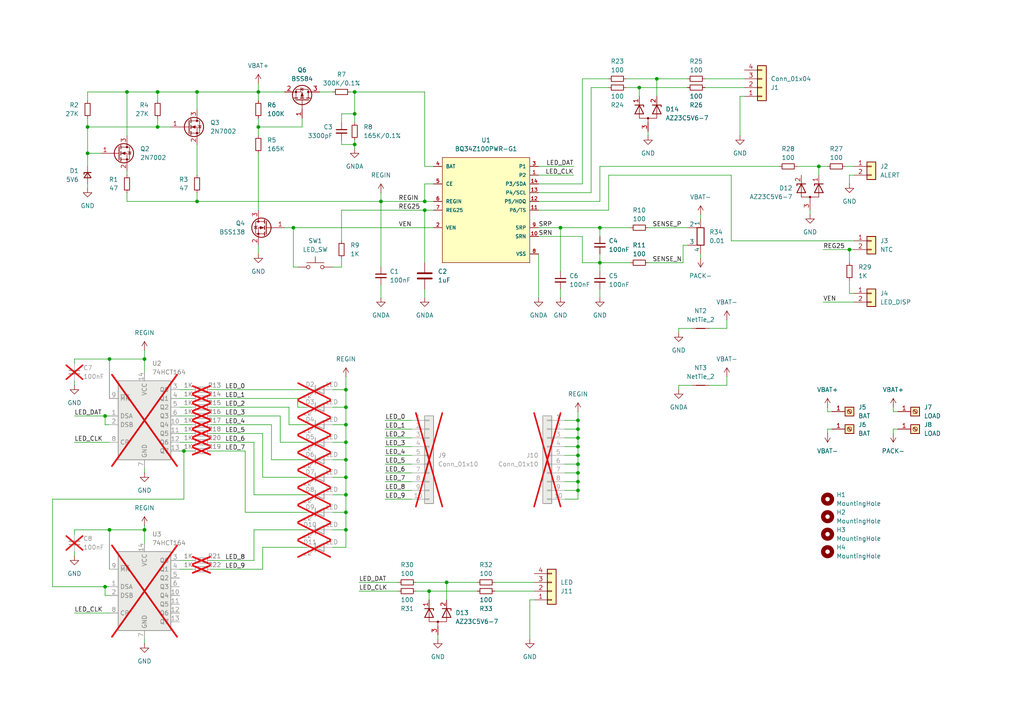
<source format=kicad_sch>
(kicad_sch (version 20231120) (generator "eeschema") (generator_version "8.0")
  (paper "A4")
  (junction (at 246.38 72.39))
  (junction (at 123.19 60.96))
  (junction (at 36.83 26.67))
  (junction (at 167.64 124.46))
  (junction (at 167.64 139.7))
  (junction (at 167.64 121.92))
  (junction (at 167.64 132.08))
  (junction (at 129.54 168.91))
  (junction (at 190.5 22.86))
  (junction (at 173.99 76.2))
  (junction (at 100.33 133.35))
  (junction (at 31.75 104.14))
  (junction (at 102.87 33.02))
  (junction (at 74.93 36.83))
  (junction (at 100.33 143.51))
  (junction (at 30.48 170.18))
  (junction (at 102.87 41.91))
  (junction (at 123.19 58.42))
  (junction (at 41.91 104.14))
  (junction (at 100.33 113.03))
  (junction (at 31.75 153.67))
  (junction (at 237.49 48.26))
  (junction (at 167.64 137.16))
  (junction (at 124.46 171.45))
  (junction (at 30.48 120.65))
  (junction (at 167.64 129.54))
  (junction (at 162.56 66.04))
  (junction (at 57.15 26.67))
  (junction (at 25.4 44.45))
  (junction (at 85.09 66.04))
  (junction (at 100.33 138.43))
  (junction (at 45.72 26.67))
  (junction (at 57.15 58.42))
  (junction (at 102.87 26.67))
  (junction (at 167.64 142.24))
  (junction (at 173.99 66.04))
  (junction (at 25.4 36.83))
  (junction (at 41.91 153.67))
  (junction (at 45.72 36.83))
  (junction (at 100.33 153.67))
  (junction (at 110.49 58.42))
  (junction (at 167.64 127))
  (junction (at 100.33 148.59))
  (junction (at 53.34 130.81))
  (junction (at 74.93 26.67))
  (junction (at 100.33 123.19))
  (junction (at 167.64 134.62))
  (junction (at 185.42 25.4))
  (junction (at 100.33 128.27))
  (junction (at 100.33 118.11))
  (wire (pts (xy 198.12 71.12) (xy 198.12 76.2)))
  (wire (pts (xy 57.15 31.75) (xy 57.15 26.67)))
  (wire (pts (xy 60.96 128.27) (xy 73.66 128.27)))
  (wire (pts (xy 100.33 153.67) (xy 100.33 158.75)))
  (wire (pts (xy 204.47 25.4) (xy 215.9 25.4)))
  (wire (pts (xy 110.49 82.55) (xy 110.49 86.36)))
  (wire (pts (xy 81.28 128.27) (xy 88.9 128.27)))
  (wire (pts (xy 74.93 26.67) (xy 82.55 26.67)))
  (wire (pts (xy 102.87 41.91) (xy 102.87 40.64)))
  (wire (pts (xy 21.59 154.94) (xy 21.59 153.67)))
  (wire (pts (xy 168.91 53.34) (xy 168.91 22.86)))
  (wire (pts (xy 60.96 123.19) (xy 78.74 123.19)))
  (wire (pts (xy 53.34 130.81) (xy 52.07 130.81)))
  (wire (pts (xy 55.88 165.1) (xy 52.07 165.1)))
  (wire (pts (xy 156.21 66.04) (xy 162.56 66.04)))
  (wire (pts (xy 163.83 121.92) (xy 167.64 121.92)))
  (wire (pts (xy 240.03 119.38) (xy 240.03 118.11)))
  (wire (pts (xy 124.46 173.99) (xy 124.46 171.45)))
  (wire (pts (xy 99.06 77.47) (xy 99.06 74.93)))
  (wire (pts (xy 240.03 124.46) (xy 240.03 125.73)))
  (wire (pts (xy 234.95 60.96) (xy 234.95 62.23)))
  (wire (pts (xy 185.42 25.4) (xy 199.39 25.4)))
  (wire (pts (xy 187.96 39.37) (xy 187.96 38.1)))
  (wire (pts (xy 57.15 55.88) (xy 57.15 58.42)))
  (wire (pts (xy 185.42 25.4) (xy 181.61 25.4)))
  (wire (pts (xy 74.93 44.45) (xy 74.93 60.96)))
  (wire (pts (xy 231.14 48.26) (xy 237.49 48.26)))
  (wire (pts (xy 190.5 27.94) (xy 190.5 22.86)))
  (wire (pts (xy 187.96 76.2) (xy 198.12 76.2)))
  (wire (pts (xy 71.12 130.81) (xy 71.12 148.59)))
  (wire (pts (xy 246.38 50.8) (xy 246.38 53.34)))
  (wire (pts (xy 162.56 66.04) (xy 173.99 66.04)))
  (wire (pts (xy 41.91 186.69) (xy 41.91 185.42)))
  (wire (pts (xy 143.51 168.91) (xy 154.94 168.91)))
  (wire (pts (xy 210.82 95.25) (xy 210.82 92.71)))
  (wire (pts (xy 25.4 34.29) (xy 25.4 36.83)))
  (wire (pts (xy 88.9 148.59) (xy 71.12 148.59)))
  (wire (pts (xy 99.06 33.02) (xy 102.87 33.02)))
  (wire (pts (xy 76.2 158.75) (xy 88.9 158.75)))
  (wire (pts (xy 99.06 41.91) (xy 102.87 41.91)))
  (wire (pts (xy 73.66 162.56) (xy 73.66 153.67)))
  (wire (pts (xy 168.91 68.58) (xy 168.91 76.2)))
  (wire (pts (xy 45.72 26.67) (xy 36.83 26.67)))
  (wire (pts (xy 30.48 123.19) (xy 30.48 120.65)))
  (wire (pts (xy 41.91 153.67) (xy 41.91 157.48)))
  (wire (pts (xy 127 185.42) (xy 127 184.15)))
  (wire (pts (xy 173.99 48.26) (xy 226.06 48.26)))
  (wire (pts (xy 74.93 73.66) (xy 74.93 71.12)))
  (wire (pts (xy 55.88 162.56) (xy 52.07 162.56)))
  (wire (pts (xy 129.54 168.91) (xy 138.43 168.91)))
  (wire (pts (xy 96.52 128.27) (xy 100.33 128.27)))
  (wire (pts (xy 111.76 127) (xy 119.38 127)))
  (wire (pts (xy 125.73 48.26) (xy 123.19 48.26)))
  (wire (pts (xy 167.64 127) (xy 167.64 129.54)))
  (wire (pts (xy 173.99 86.36) (xy 173.99 83.82)))
  (wire (pts (xy 57.15 26.67) (xy 45.72 26.67)))
  (wire (pts (xy 123.19 26.67) (xy 102.87 26.67)))
  (wire (pts (xy 167.64 129.54) (xy 167.64 132.08)))
  (wire (pts (xy 31.75 153.67) (xy 41.91 153.67)))
  (wire (pts (xy 162.56 78.74) (xy 162.56 66.04)))
  (wire (pts (xy 167.64 132.08) (xy 167.64 134.62)))
  (wire (pts (xy 166.37 50.8) (xy 156.21 50.8)))
  (wire (pts (xy 203.2 74.93) (xy 203.2 73.66)))
  (wire (pts (xy 60.96 113.03) (xy 88.9 113.03)))
  (wire (pts (xy 25.4 26.67) (xy 25.4 29.21)))
  (wire (pts (xy 156.21 55.88) (xy 171.45 55.88)))
  (wire (pts (xy 100.33 133.35) (xy 100.33 138.43)))
  (wire (pts (xy 259.08 124.46) (xy 259.08 125.73)))
  (wire (pts (xy 60.96 115.57) (xy 86.36 115.57)))
  (wire (pts (xy 237.49 48.26) (xy 237.49 50.8)))
  (wire (pts (xy 45.72 36.83) (xy 25.4 36.83)))
  (wire (pts (xy 96.52 138.43) (xy 100.33 138.43)))
  (wire (pts (xy 123.19 60.96) (xy 123.19 76.2)))
  (wire (pts (xy 41.91 101.6) (xy 41.91 104.14)))
  (wire (pts (xy 163.83 127) (xy 167.64 127)))
  (wire (pts (xy 247.65 85.09) (xy 246.38 85.09)))
  (wire (pts (xy 196.85 111.76) (xy 196.85 113.03)))
  (wire (pts (xy 99.06 69.85) (xy 99.06 60.96)))
  (wire (pts (xy 15.24 144.78) (xy 53.34 144.78)))
  (wire (pts (xy 55.88 120.65) (xy 52.07 120.65)))
  (wire (pts (xy 260.35 124.46) (xy 259.08 124.46)))
  (wire (pts (xy 110.49 58.42) (xy 123.19 58.42)))
  (wire (pts (xy 57.15 58.42) (xy 36.83 58.42)))
  (wire (pts (xy 241.3 119.38) (xy 240.03 119.38)))
  (wire (pts (xy 21.59 105.41) (xy 21.59 104.14)))
  (wire (pts (xy 96.52 113.03) (xy 100.33 113.03)))
  (wire (pts (xy 111.76 132.08) (xy 119.38 132.08)))
  (wire (pts (xy 96.52 118.11) (xy 100.33 118.11)))
  (wire (pts (xy 111.76 139.7) (xy 119.38 139.7)))
  (wire (pts (xy 55.88 125.73) (xy 52.07 125.73)))
  (wire (pts (xy 168.91 76.2) (xy 173.99 76.2)))
  (wire (pts (xy 247.65 50.8) (xy 246.38 50.8)))
  (wire (pts (xy 163.83 142.24) (xy 167.64 142.24)))
  (wire (pts (xy 167.64 139.7) (xy 167.64 142.24)))
  (wire (pts (xy 78.74 123.19) (xy 78.74 133.35)))
  (wire (pts (xy 76.2 125.73) (xy 76.2 138.43)))
  (wire (pts (xy 187.96 66.04) (xy 199.39 66.04)))
  (wire (pts (xy 30.48 120.65) (xy 31.75 120.65)))
  (wire (pts (xy 88.9 143.51) (xy 73.66 143.51)))
  (wire (pts (xy 31.75 115.57) (xy 31.75 104.14)))
  (wire (pts (xy 55.88 113.03) (xy 52.07 113.03)))
  (wire (pts (xy 110.49 77.47) (xy 110.49 58.42)))
  (wire (pts (xy 238.76 72.39) (xy 246.38 72.39)))
  (wire (pts (xy 31.75 172.72) (xy 30.48 172.72)))
  (wire (pts (xy 167.64 142.24) (xy 167.64 144.78)))
  (wire (pts (xy 241.3 124.46) (xy 240.03 124.46)))
  (wire (pts (xy 153.67 185.42) (xy 153.67 173.99)))
  (wire (pts (xy 100.33 148.59) (xy 100.33 153.67)))
  (wire (pts (xy 167.64 137.16) (xy 167.64 139.7)))
  (wire (pts (xy 55.88 115.57) (xy 52.07 115.57)))
  (wire (pts (xy 176.53 50.8) (xy 176.53 60.96)))
  (wire (pts (xy 55.88 130.81) (xy 53.34 130.81)))
  (wire (pts (xy 57.15 26.67) (xy 74.93 26.67)))
  (wire (pts (xy 163.83 124.46) (xy 167.64 124.46)))
  (wire (pts (xy 21.59 128.27) (xy 31.75 128.27)))
  (wire (pts (xy 87.63 36.83) (xy 87.63 34.29)))
  (wire (pts (xy 60.96 125.73) (xy 76.2 125.73)))
  (wire (pts (xy 60.96 162.56) (xy 73.66 162.56)))
  (wire (pts (xy 57.15 58.42) (xy 110.49 58.42)))
  (wire (pts (xy 203.2 62.23) (xy 203.2 63.5)))
  (wire (pts (xy 100.33 123.19) (xy 100.33 128.27)))
  (wire (pts (xy 167.64 124.46) (xy 167.64 127)))
  (wire (pts (xy 100.33 113.03) (xy 100.33 118.11)))
  (wire (pts (xy 36.83 50.8) (xy 36.83 49.53)))
  (wire (pts (xy 190.5 22.86) (xy 199.39 22.86)))
  (wire (pts (xy 162.56 86.36) (xy 162.56 83.82)))
  (wire (pts (xy 45.72 34.29) (xy 45.72 36.83)))
  (wire (pts (xy 246.38 72.39) (xy 246.38 76.2)))
  (wire (pts (xy 168.91 22.86) (xy 176.53 22.86)))
  (wire (pts (xy 125.73 53.34) (xy 123.19 53.34)))
  (wire (pts (xy 156.21 68.58) (xy 168.91 68.58)))
  (wire (pts (xy 129.54 168.91) (xy 120.65 168.91)))
  (wire (pts (xy 86.36 118.11) (xy 88.9 118.11)))
  (wire (pts (xy 104.14 168.91) (xy 115.57 168.91)))
  (wire (pts (xy 60.96 118.11) (xy 83.82 118.11)))
  (wire (pts (xy 167.64 134.62) (xy 167.64 137.16)))
  (wire (pts (xy 36.83 55.88) (xy 36.83 58.42)))
  (wire (pts (xy 173.99 66.04) (xy 173.99 68.58)))
  (wire (pts (xy 163.83 139.7) (xy 167.64 139.7)))
  (wire (pts (xy 74.93 24.13) (xy 74.93 26.67)))
  (wire (pts (xy 99.06 60.96) (xy 123.19 60.96)))
  (wire (pts (xy 176.53 60.96) (xy 156.21 60.96)))
  (wire (pts (xy 111.76 124.46) (xy 119.38 124.46)))
  (wire (pts (xy 25.4 54.61) (xy 25.4 53.34)))
  (wire (pts (xy 110.49 55.88) (xy 110.49 58.42)))
  (wire (pts (xy 163.83 129.54) (xy 167.64 129.54)))
  (wire (pts (xy 21.59 104.14) (xy 31.75 104.14)))
  (wire (pts (xy 212.09 50.8) (xy 176.53 50.8)))
  (wire (pts (xy 100.33 138.43) (xy 100.33 143.51)))
  (wire (pts (xy 78.74 133.35) (xy 88.9 133.35)))
  (wire (pts (xy 96.52 77.47) (xy 99.06 77.47)))
  (wire (pts (xy 123.19 53.34) (xy 123.19 58.42)))
  (wire (pts (xy 143.51 171.45) (xy 154.94 171.45)))
  (wire (pts (xy 96.52 123.19) (xy 100.33 123.19)))
  (wire (pts (xy 21.59 161.29) (xy 21.59 160.02)))
  (wire (pts (xy 41.91 104.14) (xy 41.91 107.95)))
  (wire (pts (xy 246.38 81.28) (xy 246.38 85.09)))
  (wire (pts (xy 240.03 48.26) (xy 237.49 48.26)))
  (wire (pts (xy 82.55 66.04) (xy 85.09 66.04)))
  (wire (pts (xy 31.75 165.1) (xy 31.75 153.67)))
  (wire (pts (xy 100.33 118.11) (xy 100.33 123.19)))
  (wire (pts (xy 156.21 58.42) (xy 173.99 58.42)))
  (wire (pts (xy 21.59 111.76) (xy 21.59 110.49)))
  (wire (pts (xy 74.93 36.83) (xy 74.93 39.37)))
  (wire (pts (xy 85.09 66.04) (xy 125.73 66.04)))
  (wire (pts (xy 173.99 76.2) (xy 182.88 76.2)))
  (wire (pts (xy 45.72 26.67) (xy 45.72 29.21)))
  (wire (pts (xy 85.09 77.47) (xy 85.09 66.04)))
  (wire (pts (xy 163.83 137.16) (xy 167.64 137.16)))
  (wire (pts (xy 73.66 153.67) (xy 88.9 153.67)))
  (wire (pts (xy 96.52 158.75) (xy 100.33 158.75)))
  (wire (pts (xy 99.06 40.64) (xy 99.06 41.91)))
  (wire (pts (xy 86.36 77.47) (xy 85.09 77.47)))
  (wire (pts (xy 185.42 27.94) (xy 185.42 25.4)))
  (wire (pts (xy 173.99 58.42) (xy 173.99 48.26)))
  (wire (pts (xy 100.33 128.27) (xy 100.33 133.35)))
  (wire (pts (xy 171.45 25.4) (xy 176.53 25.4)))
  (wire (pts (xy 31.75 104.14) (xy 41.91 104.14)))
  (wire (pts (xy 74.93 34.29) (xy 74.93 36.83)))
  (wire (pts (xy 96.52 153.67) (xy 100.33 153.67)))
  (wire (pts (xy 102.87 26.67) (xy 101.6 26.67)))
  (wire (pts (xy 111.76 134.62) (xy 119.38 134.62)))
  (wire (pts (xy 21.59 120.65) (xy 30.48 120.65)))
  (wire (pts (xy 60.96 165.1) (xy 76.2 165.1)))
  (wire (pts (xy 31.75 123.19) (xy 30.48 123.19)))
  (wire (pts (xy 29.21 44.45) (xy 25.4 44.45)))
  (wire (pts (xy 167.64 121.92) (xy 167.64 124.46)))
  (wire (pts (xy 163.83 134.62) (xy 167.64 134.62)))
  (wire (pts (xy 102.87 26.67) (xy 102.87 33.02)))
  (wire (pts (xy 74.93 36.83) (xy 87.63 36.83)))
  (wire (pts (xy 123.19 48.26) (xy 123.19 26.67)))
  (wire (pts (xy 25.4 44.45) (xy 25.4 48.26)))
  (wire (pts (xy 167.64 119.38) (xy 167.64 121.92)))
  (wire (pts (xy 96.52 143.51) (xy 100.33 143.51)))
  (wire (pts (xy 245.11 48.26) (xy 247.65 48.26)))
  (wire (pts (xy 129.54 173.99) (xy 129.54 168.91)))
  (wire (pts (xy 86.36 115.57) (xy 86.36 118.11)))
  (wire (pts (xy 200.66 111.76) (xy 196.85 111.76)))
  (wire (pts (xy 96.52 133.35) (xy 100.33 133.35)))
  (wire (pts (xy 49.53 36.83) (xy 45.72 36.83)))
  (wire (pts (xy 21.59 153.67) (xy 31.75 153.67)))
  (wire (pts (xy 124.46 171.45) (xy 120.65 171.45)))
  (wire (pts (xy 166.37 48.26) (xy 156.21 48.26)))
  (wire (pts (xy 173.99 66.04) (xy 182.88 66.04)))
  (wire (pts (xy 81.28 120.65) (xy 81.28 128.27)))
  (wire (pts (xy 163.83 144.78) (xy 167.64 144.78)))
  (wire (pts (xy 196.85 96.52) (xy 196.85 95.25)))
  (wire (pts (xy 53.34 144.78) (xy 53.34 130.81)))
  (wire (pts (xy 214.63 39.37) (xy 214.63 27.94)))
  (wire (pts (xy 111.76 144.78) (xy 119.38 144.78)))
  (wire (pts (xy 111.76 129.54) (xy 119.38 129.54)))
  (wire (pts (xy 111.76 121.92) (xy 119.38 121.92)))
  (wire (pts (xy 124.46 171.45) (xy 138.43 171.45)))
  (wire (pts (xy 96.52 26.67) (xy 92.71 26.67)))
  (wire (pts (xy 99.06 35.56) (xy 99.06 33.02)))
  (wire (pts (xy 41.91 137.16) (xy 41.91 135.89)))
  (wire (pts (xy 111.76 137.16) (xy 119.38 137.16)))
  (wire (pts (xy 259.08 118.11) (xy 259.08 119.38)))
  (wire (pts (xy 100.33 109.22) (xy 100.33 113.03)))
  (wire (pts (xy 41.91 152.4) (xy 41.91 153.67)))
  (wire (pts (xy 30.48 172.72) (xy 30.48 170.18)))
  (wire (pts (xy 73.66 128.27) (xy 73.66 143.51)))
  (wire (pts (xy 83.82 123.19) (xy 88.9 123.19)))
  (wire (pts (xy 210.82 111.76) (xy 210.82 109.22)))
  (wire (pts (xy 246.38 72.39) (xy 247.65 72.39)))
  (wire (pts (xy 190.5 22.86) (xy 181.61 22.86)))
  (wire (pts (xy 15.24 170.18) (xy 15.24 144.78)))
  (wire (pts (xy 153.67 173.99) (xy 154.94 173.99)))
  (wire (pts (xy 36.83 39.37) (xy 36.83 26.67)))
  (wire (pts (xy 196.85 95.25) (xy 200.66 95.25)))
  (wire (pts (xy 25.4 36.83) (xy 25.4 44.45)))
  (wire (pts (xy 21.59 177.8) (xy 31.75 177.8)))
  (wire (pts (xy 199.39 71.12) (xy 198.12 71.12)))
  (wire (pts (xy 15.24 170.18) (xy 30.48 170.18)))
  (wire (pts (xy 60.96 130.81) (xy 71.12 130.81)))
  (wire (pts (xy 102.87 43.18) (xy 102.87 41.91)))
  (wire (pts (xy 247.65 69.85) (xy 212.09 69.85)))
  (wire (pts (xy 76.2 138.43) (xy 88.9 138.43)))
  (wire (pts (xy 57.15 50.8) (xy 57.15 41.91)))
  (wire (pts (xy 173.99 76.2) (xy 173.99 73.66)))
  (wire (pts (xy 259.08 119.38) (xy 260.35 119.38)))
  (wire (pts (xy 100.33 143.51) (xy 100.33 148.59)))
  (wire (pts (xy 83.82 118.11) (xy 83.82 123.19)))
  (wire (pts (xy 55.88 118.11) (xy 52.07 118.11)))
  (wire (pts (xy 123.19 86.36) (xy 123.19 83.82)))
  (wire (pts (xy 205.74 95.25) (xy 210.82 95.25)))
  (wire (pts (xy 111.76 142.24) (xy 119.38 142.24)))
  (wire (pts (xy 238.76 87.63) (xy 247.65 87.63)))
  (wire (pts (xy 163.83 132.08) (xy 167.64 132.08)))
  (wire (pts (xy 74.93 26.67) (xy 74.93 29.21)))
  (wire (pts (xy 173.99 76.2) (xy 173.99 78.74)))
  (wire (pts (xy 123.19 58.42) (xy 125.73 58.42)))
  (wire (pts (xy 55.88 128.27) (xy 52.07 128.27)))
  (wire (pts (xy 96.52 148.59) (xy 100.33 148.59)))
  (wire (pts (xy 156.21 53.34) (xy 168.91 53.34)))
  (wire (pts (xy 156.21 86.36) (xy 156.21 73.66)))
  (wire (pts (xy 123.19 60.96) (xy 125.73 60.96)))
  (wire (pts (xy 102.87 35.56) (xy 102.87 33.02)))
  (wire (pts (xy 205.74 111.76) (xy 210.82 111.76)))
  (wire (pts (xy 204.47 22.86) (xy 215.9 22.86)))
  (wire (pts (xy 60.96 120.65) (xy 81.28 120.65)))
  (wire (pts (xy 30.48 170.18) (xy 31.75 170.18)))
  (wire (pts (xy 104.14 171.45) (xy 115.57 171.45)))
  (wire (pts (xy 171.45 55.88) (xy 171.45 25.4)))
  (wire (pts (xy 214.63 27.94) (xy 215.9 27.94)))
  (wire (pts (xy 76.2 165.1) (xy 76.2 158.75)))
  (wire (pts (xy 36.83 26.67) (xy 25.4 26.67)))
  (wire (pts (xy 55.88 123.19) (xy 52.07 123.19)))
  (wire (pts (xy 212.09 69.85) (xy 212.09 50.8)))
  (label "LED_2" (at 111.76 127 0))
  (label "LED_CLK" (at 21.59 177.8 0))
  (label "LED_9" (at 71.12 165.1 180))
  (label "SRP" (at 156.21 66.04 0))
  (label "LED_4" (at 111.76 132.08 0))
  (label "LED_0" (at 71.12 113.03 180))
  (label "LED_5" (at 111.76 134.62 0))
  (label "LED_1" (at 111.76 124.46 0))
  (label "REGIN" (at 115.57 58.42 0))
  (label "LED_3" (at 111.76 129.54 0))
  (label "LED_DAT" (at 166.37 48.26 180))
  (label "LED_3" (at 71.12 120.65 180))
  (label "LED_DAT" (at 21.59 120.65 0))
  (label "LED_1" (at 71.12 115.57 180))
  (label "REG25" (at 238.76 72.39 0))
  (label "LED_4" (at 71.12 123.19 180))
  (label "VEN" (at 119.38 66.04 180))
  (label "LED_CLK" (at 104.14 171.45 0))
  (label "LED_2" (at 71.12 118.11 180))
  (label "LED_CLK" (at 166.37 50.8 180))
  (label "LED_6" (at 111.76 137.16 0))
  (label "LED_6" (at 71.12 128.27 180))
  (label "LED_8" (at 71.12 162.56 180))
  (label "LED_DAT" (at 104.14 168.91 0))
  (label "SENSE_N" (at 189.23 76.2 0))
  (label "LED_5" (at 71.12 125.73 180))
  (label "LED_7" (at 111.76 139.7 0))
  (label "LED_CLK" (at 21.59 128.27 0))
  (label "REG25" (at 115.57 60.96 0))
  (label "VEN" (at 238.76 87.63 0))
  (label "LED_9" (at 111.76 144.78 0))
  (label "LED_8" (at 111.76 142.24 0))
  (label "LED_7" (at 71.12 130.81 180))
  (label "LED_0" (at 111.76 121.92 0))
  (label "SENSE_P" (at 189.23 66.04 0))
  (label "SRN" (at 156.21 68.58 0))
  (symbol (lib_id "Connector:Screw_Terminal_01x01") (at 246.38 124.46 0) (unit 1) (in_bom no)
    (property "Reference" "J6" (at 248.92 123.1899 0) (effects (justify left)))
    (property "Value" "BAT" (at 248.92 125.7299 0) (effects (justify left)))
    (property "Footprint" "Plugin_terminal:square_terminal" (effects (hide yes)))
    (property "Description" "Generic screw terminal, single row, 01x01, script generated (kicad-library-utils/schlib/autogen/connector/)" (effects (hide yes)))
  )
  (symbol (lib_id "Transistor_FET:BSS84") (at 87.63 29.21 270) (mirror x) (unit 1)
    (property "Reference" "Q6" (at 87.63 20.32 90))
    (property "Value" "BSS84" (at 87.63 22.86 90))
    (property "Footprint" "Package_TO_SOT_SMD:SOT-23" (effects (hide yes)))
    (property "Datasheet" "http://assets.nexperia.com/documents/data-sheet/BSS84.pdf" (effects (hide yes)))
    (property "Description" "-0.13A Id, -50V Vds, P-Channel MOSFET, SOT-23" (effects (hide yes)))
  )
  (symbol (lib_id "Device:R_Small") (at 140.97 171.45 270) (mirror x) (unit 1)
    (property "Reference" "R33" (at 140.97 176.53 90))
    (property "Value" "100" (at 140.97 173.99 90))
    (property "Footprint" "Resistor_SMD:R_0603_1608Metric" (effects (hide yes)))
    (property "Description" "Resistor, small symbol" (effects (hide yes)))
  )
  (symbol (lib_id "power:VDD") (at 167.64 119.38 0) (unit 1)
    (property "Reference" "#PWR028" (effects (hide yes)))
    (property "Value" "REGIN" (at 167.64 114.3 0))
    (property "Description" "Power symbol creates a global label with name \"VDD\"" (effects (hide yes)))
  )
  (symbol (lib_id "Device:R_Small") (at 201.93 22.86 270) (unit 1)
    (property "Reference" "R25" (at 201.93 17.78 90))
    (property "Value" "100" (at 201.93 20.32 90))
    (property "Footprint" "Resistor_SMD:R_0603_1608Metric" (effects (hide yes)))
    (property "Description" "Resistor, small symbol" (effects (hide yes)))
  )
  (symbol (lib_id "Device:D_Zener_Small") (at 25.4 50.8 90) (mirror x) (unit 1)
    (property "Reference" "D1" (at 22.86 49.5299 90) (effects (justify left)))
    (property "Value" "5V6" (at 22.86 52.0699 90) (effects (justify left)))
    (property "Footprint" "Diode_SMD:D_SOD-123" (effects (hide yes)))
    (property "Description" "Zener diode, small symbol" (effects (hide yes)))
  )
  (symbol (lib_id "power:VDD") (at 203.2 62.23 0) (unit 1)
    (property "Reference" "#PWR010" (effects (hide yes)))
    (property "Value" "VBAT-" (at 203.2 57.15 0))
    (property "Description" "Power symbol creates a global label with name \"VDD\"" (effects (hide yes)))
  )
  (symbol (lib_id "Device:R_Small") (at 25.4 31.75 0) (mirror y) (unit 1)
    (property "Reference" "R2" (at 22.86 30.4799 0) (effects (justify left)))
    (property "Value" "27K" (at 22.86 33.0199 0) (effects (justify left)))
    (property "Footprint" "Resistor_SMD:R_0603_1608Metric" (effects (hide yes)))
    (property "Description" "Resistor, small symbol" (effects (hide yes)))
  )
  (symbol (lib_id "Device:R_Small") (at 118.11 168.91 270) (unit 1)
    (property "Reference" "R30" (at 118.11 163.83 90))
    (property "Value" "100" (at 118.11 166.37 90))
    (property "Footprint" "Resistor_SMD:R_0603_1608Metric" (effects (hide yes)))
    (property "Description" "Resistor, small symbol" (effects (hide yes)))
  )
  (symbol (lib_id "Device:R_Small") (at 185.42 66.04 270) (unit 1)
    (property "Reference" "R10" (at 185.42 60.96 90))
    (property "Value" "100" (at 185.42 63.5 90))
    (property "Footprint" "Resistor_SMD:R_0603_1608Metric" (effects (hide yes)))
    (property "Description" "Resistor, small symbol" (effects (hide yes)))
  )
  (symbol (lib_id "Device:R_Small") (at 179.07 22.86 270) (unit 1)
    (property "Reference" "R23" (at 179.07 17.78 90))
    (property "Value" "100" (at 179.07 20.32 90))
    (property "Footprint" "Resistor_SMD:R_0603_1608Metric" (effects (hide yes)))
    (property "Description" "Resistor, small symbol" (effects (hide yes)))
  )
  (symbol (lib_id "Switch:SW_Push") (at 91.44 77.47 0) (unit 1)
    (property "Reference" "SW1" (at 91.44 69.85 0))
    (property "Value" "LED_SW" (at 91.44 72.39 0))
    (property "Footprint" "Button_Switch_THT:SW_TH_Tactile_Omron_B3F-10xx" (effects (hide yes)))
    (property "Description" "Push button switch, generic, two pins" (effects (hide yes)))
  )
  (symbol (lib_id "power:GND") (at 21.59 111.76 0) (unit 1)
    (property "Reference" "#PWR015" (effects (hide yes)))
    (property "Value" "GND" (at 21.59 116.84 0))
    (property "Description" "Power symbol creates a global label with name \"GND\" , ground" (effects (hide yes)))
  )
  (symbol (lib_id "power:VDD") (at 100.33 109.22 0) (unit 1)
    (property "Reference" "#PWR019" (effects (hide yes)))
    (property "Value" "REGIN" (at 100.33 104.14 0))
    (property "Description" "Power symbol creates a global label with name \"VDD\"" (effects (hide yes)))
  )
  (symbol (lib_id "power:GND") (at 25.4 54.61 0) (mirror y) (unit 1)
    (property "Reference" "#PWR01" (effects (hide yes)))
    (property "Value" "GND" (at 25.4 59.69 0))
    (property "Description" "Power symbol creates a global label with name \"GND\" , ground" (effects (hide yes)))
  )
  (symbol (lib_id "Device:LED") (at 92.71 123.19 0) (unit 1) (in_bom no) (on_board no) (dnp yes)
    (property "Reference" "D4" (at 89.916 121.666 0))
    (property "Value" "LED" (at 96.266 121.666 0))
    (property "Footprint" "LED_SMD:LED_0805_2012Metric" (effects (hide yes)))
    (property "Description" "Light emitting diode" (effects (hide yes)))
  )
  (symbol (lib_id "power:GND") (at 196.85 96.52 0) (unit 1)
    (property "Reference" "#PWR033" (effects (hide yes)))
    (property "Value" "GND" (at 196.85 101.6 0))
    (property "Description" "Power symbol creates a global label with name \"GND\" , ground" (effects (hide yes)))
  )
  (symbol (lib_id "power:GND") (at 187.96 39.37 0) (unit 1)
    (property "Reference" "#PWR020" (effects (hide yes)))
    (property "Value" "GND" (at 187.96 44.45 0))
    (property "Description" "Power symbol creates a global label with name \"GND\" , ground" (effects (hide yes)))
  )
  (symbol (lib_id "Device:R_Small") (at 58.42 118.11 270) (unit 1) (exclude_from_sim yes) (in_bom no) (on_board no) (dnp yes)
    (property "Reference" "R15" (at 62.23 116.84 90))
    (property "Value" "1K" (at 54.61 116.84 90))
    (property "Footprint" "Resistor_SMD:R_0603_1608Metric" (effects (hide yes)))
    (property "Description" "Resistor, small symbol" (effects (hide yes)))
  )
  (symbol (lib_id "power:GNDA") (at 196.85 113.03 0) (unit 1)
    (property "Reference" "#PWR07" (effects (hide yes)))
    (property "Value" "GNDA" (at 196.85 118.11 0))
    (property "Description" "Power symbol creates a global label with name \"GNDA\" , analog ground" (effects (hide yes)))
  )
  (symbol (lib_id "Device:R_Small") (at 45.72 31.75 0) (mirror y) (unit 1)
    (property "Reference" "R4" (at 43.18 30.4799 0) (effects (justify left)))
    (property "Value" "27K" (at 43.18 33.0199 0) (effects (justify left)))
    (property "Footprint" "Resistor_SMD:R_0603_1608Metric" (effects (hide yes)))
    (property "Description" "Resistor, small symbol" (effects (hide yes)))
  )
  (symbol (lib_id "power:GND") (at 74.93 73.66 0) (unit 1)
    (property "Reference" "#PWR03" (effects (hide yes)))
    (property "Value" "GND" (at 74.93 78.74 0))
    (property "Description" "Power symbol creates a global label with name \"GND\" , ground" (effects (hide yes)))
  )
  (symbol (lib_id "Device:R_Small") (at 140.97 168.91 270) (unit 1)
    (property "Reference" "R32" (at 140.97 163.83 90))
    (property "Value" "100" (at 140.97 166.37 90))
    (property "Footprint" "Resistor_SMD:R_0603_1608Metric" (effects (hide yes)))
    (property "Description" "Resistor, small symbol" (effects (hide yes)))
  )
  (symbol (lib_id "Mechanical:MountingHole") (at 240.03 160.02 0) (unit 1) (exclude_from_sim yes) (in_bom no)
    (property "Reference" "H4" (at 242.57 158.7499 0) (effects (justify left)))
    (property "Value" "MountingHole" (at 242.57 161.2899 0) (effects (justify left)))
    (property "Footprint" "MountingHole:MountingHole_3.2mm_M3" (effects (hide yes)))
    (property "Description" "Mounting Hole without connection" (effects (hide yes)))
  )
  (symbol (lib_id "power:VDD") (at 41.91 101.6 0) (unit 1)
    (property "Reference" "#PWR013" (effects (hide yes)))
    (property "Value" "REGIN" (at 41.91 96.52 0))
    (property "Description" "Power symbol creates a global label with name \"VDD\"" (effects (hide yes)))
  )
  (symbol (lib_id "Device:R_Small") (at 58.42 123.19 270) (unit 1) (exclude_from_sim yes) (in_bom no) (on_board no) (dnp yes)
    (property "Reference" "R17" (at 62.23 121.92 90))
    (property "Value" "1K" (at 54.61 121.92 90))
    (property "Footprint" "Resistor_SMD:R_0603_1608Metric" (effects (hide yes)))
    (property "Description" "Resistor, small symbol" (effects (hide yes)))
  )
  (symbol (lib_id "Device:D_Zener_Dual_CommonAnode_KKA_Parallel") (at 187.96 33.02 90) (unit 1)
    (property "Reference" "D14" (at 193.04 31.6864 90) (effects (justify right)))
    (property "Value" "AZ23C5V6-7" (at 193.04 34.2264 90) (effects (justify right)))
    (property "Footprint" "Package_TO_SOT_SMD:SOT-23" (effects (hide yes)))
    (property "Description" "Dual Zener diode, common anode on pin 1" (effects (hide yes)))
  )
  (symbol (lib_id "Device:C_Small") (at 99.06 38.1 0) (mirror y) (unit 1)
    (property "Reference" "C3" (at 96.52 36.8362 0) (effects (justify left)))
    (property "Value" "3300pF" (at 96.52 39.3762 0) (effects (justify left)))
    (property "Footprint" "Capacitor_SMD:C_0603_1608Metric" (effects (hide yes)))
    (property "Description" "Unpolarized capacitor, small symbol" (effects (hide yes)))
  )
  (symbol (lib_id "Device:LED") (at 92.71 128.27 0) (unit 1) (in_bom no) (on_board no) (dnp yes)
    (property "Reference" "D5" (at 89.916 126.746 0))
    (property "Value" "LED" (at 96.266 126.746 0))
    (property "Footprint" "LED_SMD:LED_0805_2012Metric" (effects (hide yes)))
    (property "Description" "Light emitting diode" (effects (hide yes)))
  )
  (symbol (lib_id "power:GND") (at 246.38 53.34 0) (unit 1)
    (property "Reference" "#PWR022" (effects (hide yes)))
    (property "Value" "GND" (at 246.38 58.42 0))
    (property "Description" "Power symbol creates a global label with name \"GND\" , ground" (effects (hide yes)))
  )
  (symbol (lib_id "Device:LED") (at 92.71 158.75 0) (unit 1) (in_bom no) (on_board no) (dnp yes)
    (property "Reference" "D11" (at 89.916 157.226 0))
    (property "Value" "LED" (at 96.266 157.226 0))
    (property "Footprint" "LED_SMD:LED_0805_2012Metric" (effects (hide yes)))
    (property "Description" "Light emitting diode" (effects (hide yes)))
  )
  (symbol (lib_id "Device:R_Small") (at 102.87 38.1 180) (unit 1)
    (property "Reference" "R8" (at 105.41 36.8299 0) (effects (justify right)))
    (property "Value" "165K/0.1%" (at 105.41 39.3699 0) (effects (justify right)))
    (property "Footprint" "Resistor_SMD:R_0603_1608Metric" (effects (hide yes)))
    (property "Description" "Resistor, small symbol" (effects (hide yes)))
  )
  (symbol (lib_id "Device:R_Small") (at 228.6 48.26 270) (unit 1)
    (property "Reference" "R28" (at 228.6 43.18 90))
    (property "Value" "100" (at 228.6 45.72 90))
    (property "Footprint" "Resistor_SMD:R_0603_1608Metric" (effects (hide yes)))
    (property "Description" "Resistor, small symbol" (effects (hide yes)))
  )
  (symbol (lib_id "Mechanical:MountingHole") (at 240.03 149.86 0) (unit 1) (exclude_from_sim yes) (in_bom no)
    (property "Reference" "H2" (at 242.57 148.5899 0) (effects (justify left)))
    (property "Value" "MountingHole" (at 242.57 151.1299 0) (effects (justify left)))
    (property "Footprint" "MountingHole:MountingHole_3.2mm_M3" (effects (hide yes)))
    (property "Description" "Mounting Hole without connection" (effects (hide yes)))
  )
  (symbol (lib_id "Device:R_Shunt") (at 203.2 68.58 0) (mirror y) (unit 1)
    (property "Reference" "R34" (at 205.74 67.3099 0) (effects (justify right)))
    (property "Value" "0.01" (at 205.74 69.8499 0) (effects (justify right)))
    (property "Footprint" "shunt-resistor:Isabellenhuette-SMT-R010-1.0" (effects (hide yes)))
    (property "Description" "Shunt resistor" (effects (hide yes)))
  )
  (symbol (lib_id "Device:LED") (at 92.71 143.51 0) (unit 1) (in_bom no) (on_board no) (dnp yes)
    (property "Reference" "D8" (at 89.916 141.986 0))
    (property "Value" "LED" (at 96.266 141.986 0))
    (property "Footprint" "LED_SMD:LED_0805_2012Metric" (effects (hide yes)))
    (property "Description" "Light emitting diode" (effects (hide yes)))
  )
  (symbol (lib_id "power:GND") (at 173.99 86.36 0) (unit 1)
    (property "Reference" "#PWR09" (effects (hide yes)))
    (property "Value" "GND" (at 173.99 91.44 0))
    (property "Description" "Power symbol creates a global label with name \"GND\" , ground" (effects (hide yes)))
  )
  (symbol (lib_id "Device:C_Small") (at 173.99 81.28 0) (unit 1)
    (property "Reference" "C5" (at 176.53 80.0162 0) (effects (justify left)))
    (property "Value" "100nF" (at 176.53 82.5562 0) (effects (justify left)))
    (property "Footprint" "Capacitor_SMD:C_0603_1608Metric" (effects (hide yes)))
    (property "Description" "Unpolarized capacitor, small symbol" (effects (hide yes)))
  )
  (symbol (lib_id "Device:C_Small") (at 173.99 71.12 0) (unit 1)
    (property "Reference" "C4" (at 176.53 69.8562 0) (effects (justify left)))
    (property "Value" "100nF" (at 176.53 72.3962 0) (effects (justify left)))
    (property "Footprint" "Capacitor_SMD:C_0603_1608Metric" (effects (hide yes)))
    (property "Description" "Unpolarized capacitor, small symbol" (effects (hide yes)))
  )
  (symbol (lib_id "74xx:74HCT164") (at 41.91 170.18 0) (unit 1) (exclude_from_sim yes) (in_bom no) (on_board no) (dnp yes)
    (property "Reference" "U3" (at 44.1041 154.94 0) (effects (justify left)))
    (property "Value" "74HCT164" (at 44.1041 157.48 0) (effects (justify left)))
    (property "Footprint" "Package_SO:TSSOP-14_4.4x5mm_P0.65mm" (effects (hide yes)))
    (property "Datasheet" "https://assets.nexperia.com/documents/data-sheet/74HC_HCT164.pdf" (effects (hide yes)))
    (property "Description" "8-bit serial-in parallel-out shift register" (effects (hide yes)))
  )
  (symbol (lib_id "power:VDD") (at 203.2 74.93 0) (mirror x) (unit 1)
    (property "Reference" "#PWR011" (effects (hide yes)))
    (property "Value" "PACK-" (at 203.2 80.01 0))
    (property "Description" "Power symbol creates a global label with name \"VDD\"" (effects (hide yes)))
  )
  (symbol (lib_id "Device:R_Small") (at 118.11 171.45 270) (mirror x) (unit 1)
    (property "Reference" "R31" (at 118.11 176.53 90))
    (property "Value" "100" (at 118.11 173.99 90))
    (property "Footprint" "Resistor_SMD:R_0603_1608Metric" (effects (hide yes)))
    (property "Description" "Resistor, small symbol" (effects (hide yes)))
  )
  (symbol (lib_id "Device:R_Small") (at 99.06 72.39 0) (unit 1)
    (property "Reference" "R9" (at 101.6 71.1199 0) (effects (justify left)))
    (property "Value" "1K" (at 101.6 73.6599 0) (effects (justify left)))
    (property "Footprint" "Resistor_SMD:R_0603_1608Metric" (effects (hide yes)))
    (property "Description" "Resistor, small symbol" (effects (hide yes)))
  )
  (symbol (lib_id "power:GND") (at 21.59 161.29 0) (unit 1)
    (property "Reference" "#PWR016" (effects (hide yes)))
    (property "Value" "GND" (at 21.59 166.37 0))
    (property "Description" "Power symbol creates a global label with name \"GND\" , ground" (effects (hide yes)))
  )
  (symbol (lib_id "power:GND") (at 41.91 186.69 0) (unit 1)
    (property "Reference" "#PWR018" (effects (hide yes)))
    (property "Value" "GND" (at 41.91 191.77 0))
    (property "Description" "Power symbol creates a global label with name \"GND\" , ground" (effects (hide yes)))
  )
  (symbol (lib_id "Transistor_FET:2N7002") (at 54.61 36.83 0) (unit 1)
    (property "Reference" "Q3" (at 60.96 35.5599 0) (effects (justify left)))
    (property "Value" "2N7002" (at 60.96 38.0999 0) (effects (justify left)))
    (property "Footprint" "Package_TO_SOT_SMD:SOT-23" (effects (hide yes)))
    (property "Datasheet" "https://www.onsemi.com/pub/Collateral/NDS7002A-D.PDF" (effects (hide yes)))
    (property "Description" "0.115A Id, 60V Vds, N-Channel MOSFET, SOT-23" (effects (hide yes)))
  )
  (symbol (lib_id "Device:C") (at 123.19 80.01 0) (unit 1)
    (property "Reference" "C2" (at 127 78.7399 0) (effects (justify left)))
    (property "Value" "1uF" (at 127 81.2799 0) (effects (justify left)))
    (property "Footprint" "Capacitor_SMD:C_0805_2012Metric" (effects (hide yes)))
    (property "Description" "Unpolarized capacitor" (effects (hide yes)))
  )
  (symbol (lib_id "74xx:74HCT164") (at 41.91 120.65 0) (unit 1) (exclude_from_sim yes) (in_bom no) (on_board no) (dnp yes)
    (property "Reference" "U2" (at 44.1041 105.41 0) (effects (justify left)))
    (property "Value" "74HCT164" (at 44.1041 107.95 0) (effects (justify left)))
    (property "Footprint" "Package_SO:TSSOP-14_4.4x5mm_P0.65mm" (effects (hide yes)))
    (property "Datasheet" "https://assets.nexperia.com/documents/data-sheet/74HC_HCT164.pdf" (effects (hide yes)))
    (property "Description" "8-bit serial-in parallel-out shift register" (effects (hide yes)))
  )
  (symbol (lib_id "Connector:Screw_Terminal_01x01") (at 265.43 119.38 0) (unit 1) (in_bom no)
    (property "Reference" "J7" (at 267.97 118.1099 0) (effects (justify left)))
    (property "Value" "LOAD" (at 267.97 120.6499 0) (effects (justify left)))
    (property "Footprint" "Plugin_terminal:square_terminal" (effects (hide yes)))
    (property "Description" "Generic screw terminal, single row, 01x01, script generated (kicad-library-utils/schlib/autogen/connector/)" (effects (hide yes)))
  )
  (symbol (lib_id "power:VDD") (at 41.91 152.4 0) (unit 1)
    (property "Reference" "#PWR017" (effects (hide yes)))
    (property "Value" "REGIN" (at 41.91 147.32 0))
    (property "Description" "Power symbol creates a global label with name \"VDD\"" (effects (hide yes)))
  )
  (symbol (lib_id "Device:R_Small") (at 58.42 113.03 270) (unit 1) (exclude_from_sim yes) (in_bom no) (on_board no) (dnp yes)
    (property "Reference" "R13" (at 62.23 111.76 90))
    (property "Value" "1K" (at 54.61 111.76 90))
    (property "Footprint" "Resistor_SMD:R_0603_1608Metric" (effects (hide yes)))
    (property "Description" "Resistor, small symbol" (effects (hide yes)))
  )
  (symbol (lib_id "power:GND") (at 162.56 86.36 0) (unit 1)
    (property "Reference" "#PWR08" (effects (hide yes)))
    (property "Value" "GND" (at 162.56 91.44 0))
    (property "Description" "Power symbol creates a global label with name \"GND\" , ground" (effects (hide yes)))
  )
  (symbol (lib_id "Device:C_Small") (at 21.59 157.48 0) (unit 1) (exclude_from_sim yes) (in_bom no) (on_board no) (dnp yes)
    (property "Reference" "C8" (at 24.13 156.2162 0) (effects (justify left)))
    (property "Value" "100nF" (at 24.13 158.7562 0) (effects (justify left)))
    (property "Footprint" "Capacitor_SMD:C_0603_1608Metric" (effects (hide yes)))
    (property "Description" "Unpolarized capacitor, small symbol" (effects (hide yes)))
  )
  (symbol (lib_id "Device:R_Small") (at 57.15 53.34 0) (mirror x) (unit 1)
    (property "Reference" "R3" (at 54.61 52.0699 0) (effects (justify right)))
    (property "Value" "47" (at 54.61 54.6099 0) (effects (justify right)))
    (property "Footprint" "Resistor_SMD:R_0603_1608Metric" (effects (hide yes)))
    (property "Description" "Resistor, small symbol" (effects (hide yes)))
  )
  (symbol (lib_id "power:GND") (at 234.95 62.23 0) (unit 1)
    (property "Reference" "#PWR023" (effects (hide yes)))
    (property "Value" "GND" (at 234.95 67.31 0))
    (property "Description" "Power symbol creates a global label with name \"GND\" , ground" (effects (hide yes)))
  )
  (symbol (lib_id "power:GNDA") (at 123.19 86.36 0) (unit 1)
    (property "Reference" "#PWR02" (effects (hide yes)))
    (property "Value" "GNDA" (at 123.19 91.44 0))
    (property "Description" "Power symbol creates a global label with name \"GNDA\" , analog ground" (effects (hide yes)))
  )
  (symbol (lib_id "power:VDD") (at 259.08 125.73 0) (mirror x) (unit 1)
    (property "Reference" "#PWR027" (effects (hide yes)))
    (property "Value" "PACK-" (at 259.08 130.81 0))
    (property "Description" "Power symbol creates a global label with name \"VDD\"" (effects (hide yes)))
  )
  (symbol (lib_id "Mechanical:MountingHole") (at 240.03 144.78 0) (unit 1) (exclude_from_sim yes) (in_bom no)
    (property "Reference" "H1" (at 242.57 143.5099 0) (effects (justify left)))
    (property "Value" "MountingHole" (at 242.57 146.0499 0) (effects (justify left)))
    (property "Footprint" "MountingHole:MountingHole_3.2mm_M3" (effects (hide yes)))
    (property "Description" "Mounting Hole without connection" (effects (hide yes)))
  )
  (symbol (lib_id "Device:R_Small") (at 58.42 128.27 270) (unit 1) (exclude_from_sim yes) (in_bom no) (on_board no) (dnp yes)
    (property "Reference" "R20" (at 62.23 127 90))
    (property "Value" "1K" (at 54.61 127 90))
    (property "Footprint" "Resistor_SMD:R_0603_1608Metric" (effects (hide yes)))
    (property "Description" "Resistor, small symbol" (effects (hide yes)))
  )
  (symbol (lib_id "Connector:Screw_Terminal_01x01") (at 265.43 124.46 0) (unit 1) (in_bom no)
    (property "Reference" "J8" (at 267.97 123.1899 0) (effects (justify left)))
    (property "Value" "LOAD" (at 267.97 125.7299 0) (effects (justify left)))
    (property "Footprint" "Plugin_terminal:square_terminal" (effects (hide yes)))
    (property "Description" "Generic screw terminal, single row, 01x01, script generated (kicad-library-utils/schlib/autogen/connector/)" (effects (hide yes)))
  )
  (symbol (lib_id "Device:R_Small") (at 58.42 130.81 270) (unit 1) (exclude_from_sim yes) (in_bom no) (on_board no) (dnp yes)
    (property "Reference" "R19" (at 62.23 129.54 90))
    (property "Value" "1K" (at 54.61 129.54 90))
    (property "Footprint" "Resistor_SMD:R_0603_1608Metric" (effects (hide yes)))
    (property "Description" "Resistor, small symbol" (effects (hide yes)))
  )
  (symbol (lib_id "power:VDD") (at 259.08 118.11 0) (unit 1)
    (property "Reference" "#PWR026" (effects (hide yes)))
    (property "Value" "VBAT+" (at 259.08 113.03 0))
    (property "Description" "Power symbol creates a global label with name \"VDD\"" (effects (hide yes)))
  )
  (symbol (lib_id "power:GND") (at 41.91 137.16 0) (unit 1)
    (property "Reference" "#PWR012" (effects (hide yes)))
    (property "Value" "GND" (at 41.91 142.24 0))
    (property "Description" "Power symbol creates a global label with name \"GND\" , ground" (effects (hide yes)))
  )
  (symbol (lib_id "Connector_Generic:Conn_01x04") (at 220.98 25.4 0) (mirror x) (unit 1) (in_bom no)
    (property "Reference" "J1" (at 223.52 25.4001 0) (effects (justify left)))
    (property "Value" "Conn_01x04" (at 223.52 22.8601 0) (effects (justify left)))
    (property "Footprint" "Connector_JST:JST_XH_B4B-XH-A_1x04_P2.50mm_Vertical" (effects (hide yes)))
    (property "Description" "Generic connector, single row, 01x04, script generated (kicad-library-utils/schlib/autogen/connector/)" (effects (hide yes)))
  )
  (symbol (lib_id "Device:NetTie_2") (at 203.2 111.76 0) (unit 1) (in_bom no)
    (property "Reference" "NT3" (at 203.2 106.68 0))
    (property "Value" "NetTie_2" (at 203.2 109.22 0))
    (property "Footprint" "NetTie:NetTie-2_SMD_Pad0.5mm" (effects (hide yes)))
    (property "Description" "Net tie, 2 pins" (effects (hide yes)))
  )
  (symbol (lib_id "Device:C_Small") (at 110.49 80.01 0) (unit 1)
    (property "Reference" "C1" (at 113.03 78.7462 0) (effects (justify left)))
    (property "Value" "100nF" (at 113.03 81.2862 0) (effects (justify left)))
    (property "Footprint" "Capacitor_SMD:C_0603_1608Metric" (effects (hide yes)))
    (property "Description" "Unpolarized capacitor, small symbol" (effects (hide yes)))
  )
  (symbol (lib_id "power:GND") (at 127 185.42 0) (unit 1)
    (property "Reference" "#PWR029" (effects (hide yes)))
    (property "Value" "GND" (at 127 190.5 0))
    (property "Description" "Power symbol creates a global label with name \"GND\" , ground" (effects (hide yes)))
  )
  (symbol (lib_id "Connector_Generic:Conn_01x10") (at 124.46 132.08 0) (unit 1) (exclude_from_sim yes) (in_bom no) (on_board no) (dnp yes)
    (property "Reference" "J9" (at 127 132.0799 0) (effects (justify left)))
    (property "Value" "Conn_01x10" (at 127 134.6199 0) (effects (justify left)))
    (property "Footprint" "Connector_PinHeader_2.54mm:PinHeader_1x10_P2.54mm_Vertical" (effects (hide yes)))
    (property "Description" "Generic connector, single row, 01x10, script generated (kicad-library-utils/schlib/autogen/connector/)" (effects (hide yes)))
  )
  (symbol (lib_id "Transistor_FET:2N7002") (at 34.29 44.45 0) (unit 1)
    (property "Reference" "Q2" (at 40.64 43.1799 0) (effects (justify left)))
    (property "Value" "2N7002" (at 40.64 45.7199 0) (effects (justify left)))
    (property "Footprint" "Package_TO_SOT_SMD:SOT-23" (effects (hide yes)))
    (property "Datasheet" "https://www.onsemi.com/pub/Collateral/NDS7002A-D.PDF" (effects (hide yes)))
    (property "Description" "0.115A Id, 60V Vds, N-Channel MOSFET, SOT-23" (effects (hide yes)))
  )
  (symbol (lib_id "Connector_Generic:Conn_01x02") (at 252.73 69.85 0) (unit 1) (in_bom no)
    (property "Reference" "J3" (at 255.27 69.8499 0) (effects (justify left)))
    (property "Value" "NTC" (at 255.27 72.3899 0) (effects (justify left)))
    (property "Footprint" "Connector_JST:JST_XH_B2B-XH-A_1x02_P2.50mm_Vertical" (effects (hide yes)))
    (property "Description" "Generic connector, single row, 01x02, script generated (kicad-library-utils/schlib/autogen/connector/)" (effects (hide yes)))
  )
  (symbol (lib_id "power:VDD") (at 74.93 24.13 0) (unit 1)
    (property "Reference" "#PWR04" (effects (hide yes)))
    (property "Value" "VBAT+" (at 74.93 19.05 0))
    (property "Description" "Power symbol creates a global label with name \"VDD\"" (effects (hide yes)))
  )
  (symbol (lib_id "power:GNDA") (at 110.49 86.36 0) (unit 1)
    (property "Reference" "#PWR06" (effects (hide yes)))
    (property "Value" "GNDA" (at 110.49 91.44 0))
    (property "Description" "Power symbol creates a global label with name \"GNDA\" , analog ground" (effects (hide yes)))
  )
  (symbol (lib_id "Device:C_Small") (at 21.59 107.95 0) (unit 1) (exclude_from_sim yes) (in_bom no) (on_board no) (dnp yes)
    (property "Reference" "C7" (at 24.13 106.6862 0) (effects (justify left)))
    (property "Value" "100nF" (at 24.13 109.2262 0) (effects (justify left)))
    (property "Footprint" "Capacitor_SMD:C_0603_1608Metric" (effects (hide yes)))
    (property "Description" "Unpolarized capacitor, small symbol" (effects (hide yes)))
  )
  (symbol (lib_id "Device:R_Small") (at 58.42 125.73 270) (unit 1) (exclude_from_sim yes) (in_bom no) (on_board no) (dnp yes)
    (property "Reference" "R18" (at 62.23 124.46 90))
    (property "Value" "1K" (at 54.61 124.46 90))
    (property "Footprint" "Resistor_SMD:R_0603_1608Metric" (effects (hide yes)))
    (property "Description" "Resistor, small symbol" (effects (hide yes)))
  )
  (symbol (lib_id "power:VDD") (at 210.82 92.71 0) (unit 1)
    (property "Reference" "#PWR032" (effects (hide yes)))
    (property "Value" "VBAT-" (at 210.82 87.63 0))
    (property "Description" "Power symbol creates a global label with name \"VDD\"" (effects (hide yes)))
  )
  (symbol (lib_id "power:VDD") (at 210.82 109.22 0) (unit 1)
    (property "Reference" "#PWR035" (effects (hide yes)))
    (property "Value" "VBAT-" (at 210.82 104.14 0))
    (property "Description" "Power symbol creates a global label with name \"VDD\"" (effects (hide yes)))
  )
  (symbol (lib_id "Device:R_Small") (at 58.42 115.57 270) (unit 1) (exclude_from_sim yes) (in_bom no) (on_board no) (dnp yes)
    (property "Reference" "R14" (at 62.23 114.3 90))
    (property "Value" "1K" (at 54.61 114.3 90))
    (property "Footprint" "Resistor_SMD:R_0603_1608Metric" (effects (hide yes)))
    (property "Description" "Resistor, small symbol" (effects (hide yes)))
  )
  (symbol (lib_id "Connector_Generic:Conn_01x10") (at 158.75 132.08 0) (mirror y) (unit 1) (exclude_from_sim yes) (in_bom no) (on_board no) (dnp yes)
    (property "Reference" "J10" (at 156.21 132.0799 0) (effects (justify left)))
    (property "Value" "Conn_01x10" (at 156.21 134.6199 0) (effects (justify left)))
    (property "Footprint" "Connector_PinHeader_2.54mm:PinHeader_1x10_P2.54mm_Vertical" (effects (hide yes)))
    (property "Description" "Generic connector, single row, 01x10, script generated (kicad-library-utils/schlib/autogen/connector/)" (effects (hide yes)))
  )
  (symbol (lib_id "Device:R_Small") (at 99.06 26.67 270) (unit 1)
    (property "Reference" "R7" (at 99.06 21.59 90))
    (property "Value" "300K/0.1%" (at 99.06 24.13 90))
    (property "Footprint" "Resistor_SMD:R_0603_1608Metric" (effects (hide yes)))
    (property "Description" "Resistor, small symbol" (effects (hide yes)))
  )
  (symbol (lib_id "power:GND") (at 153.67 185.42 0) (unit 1)
    (property "Reference" "#PWR030" (effects (hide yes)))
    (property "Value" "GND" (at 153.67 190.5 0))
    (property "Description" "Power symbol creates a global label with name \"GND\" , ground" (effects (hide yes)))
  )
  (symbol (lib_id "Device:R_Small") (at 185.42 76.2 270) (unit 1)
    (property "Reference" "R11" (at 185.42 71.12 90))
    (property "Value" "100" (at 185.42 73.66 90))
    (property "Footprint" "Resistor_SMD:R_0603_1608Metric" (effects (hide yes)))
    (property "Description" "Resistor, small symbol" (effects (hide yes)))
  )
  (symbol (lib_id "power:GNDA") (at 102.87 43.18 0) (unit 1)
    (property "Reference" "#PWR034" (effects (hide yes)))
    (property "Value" "GNDA" (at 102.87 48.26 0))
    (property "Description" "Power symbol creates a global label with name \"GNDA\" , analog ground" (effects (hide yes)))
  )
  (symbol (lib_id "Transistor_FET:BSS138") (at 77.47 66.04 0) (mirror y) (unit 1)
    (property "Reference" "Q4" (at 71.12 64.7699 0) (effects (justify left)))
    (property "Value" "BSS138" (at 71.12 67.3099 0) (effects (justify left)))
    (property "Footprint" "Package_TO_SOT_SMD:SOT-23" (effects (hide yes)))
    (property "Datasheet" "https://www.onsemi.com/pub/Collateral/BSS138-D.PDF" (effects (hide yes)))
    (property "Description" "50V Vds, 0.22A Id, N-Channel MOSFET, SOT-23" (effects (hide yes)))
  )
  (symbol (lib_id "Device:LED") (at 92.71 148.59 0) (unit 1) (in_bom no) (on_board no) (dnp yes)
    (property "Reference" "D9" (at 89.916 147.066 0))
    (property "Value" "LED" (at 96.266 147.066 0))
    (property "Footprint" "LED_SMD:LED_0805_2012Metric" (effects (hide yes)))
    (property "Description" "Light emitting diode" (effects (hide yes)))
  )
  (symbol (lib_id "Mechanical:MountingHole") (at 240.03 154.94 0) (unit 1) (exclude_from_sim yes) (in_bom no)
    (property "Reference" "H3" (at 242.57 153.6699 0) (effects (justify left)))
    (property "Value" "MountingHole" (at 242.57 156.2099 0) (effects (justify left)))
    (property "Footprint" "MountingHole:MountingHole_3.2mm_M3" (effects (hide yes)))
    (property "Description" "Mounting Hole without connection" (effects (hide yes)))
  )
  (symbol (lib_id "Device:C_Small") (at 162.56 81.28 0) (unit 1)
    (property "Reference" "C6" (at 165.1 80.0162 0) (effects (justify left)))
    (property "Value" "100nF" (at 165.1 82.5562 0) (effects (justify left)))
    (property "Footprint" "Capacitor_SMD:C_0603_1608Metric" (effects (hide yes)))
    (property "Description" "Unpolarized capacitor, small symbol" (effects (hide yes)))
  )
  (symbol (lib_id "Device:R_Small") (at 201.93 25.4 270) (mirror x) (unit 1)
    (property "Reference" "R26" (at 201.93 30.48 90))
    (property "Value" "100" (at 201.93 27.94 90))
    (property "Footprint" "Resistor_SMD:R_0603_1608Metric" (effects (hide yes)))
    (property "Description" "Resistor, small symbol" (effects (hide yes)))
  )
  (symbol (lib_id "Connector_Generic:Conn_01x02") (at 252.73 48.26 0) (unit 1) (in_bom no)
    (property "Reference" "J2" (at 255.27 48.2599 0) (effects (justify left)))
    (property "Value" "ALERT" (at 255.27 50.7999 0) (effects (justify left)))
    (property "Footprint" "Connector_JST:JST_XH_B2B-XH-A_1x02_P2.50mm_Vertical" (effects (hide yes)))
    (property "Description" "Generic connector, single row, 01x02, script generated (kicad-library-utils/schlib/autogen/connector/)" (effects (hide yes)))
  )
  (symbol (lib_id "power:VDD") (at 110.49 55.88 0) (unit 1)
    (property "Reference" "#PWR014" (effects (hide yes)))
    (property "Value" "REGIN" (at 110.49 50.8 0))
    (property "Description" "Power symbol creates a global label with name \"VDD\"" (effects (hide yes)))
  )
  (symbol (lib_id "Device:LED") (at 92.71 133.35 0) (unit 1) (in_bom no) (on_board no) (dnp yes)
    (property "Reference" "D6" (at 89.916 131.826 0))
    (property "Value" "LED" (at 96.266 131.826 0))
    (property "Footprint" "LED_SMD:LED_0805_2012Metric" (effects (hide yes)))
    (property "Description" "Light emitting diode" (effects (hide yes)))
  )
  (symbol (lib_id "Device:LED") (at 92.71 113.03 0) (unit 1) (in_bom no) (on_board no) (dnp yes)
    (property "Reference" "D2" (at 89.916 111.506 0))
    (property "Value" "LED" (at 96.266 111.506 0))
    (property "Footprint" "LED_SMD:LED_0805_2012Metric" (effects (hide yes)))
    (property "Description" "Light emitting diode" (effects (hide yes)))
  )
  (symbol (lib_id "Device:LED") (at 92.71 118.11 0) (unit 1) (in_bom no) (on_board no) (dnp yes)
    (property "Reference" "D3" (at 89.916 116.586 0))
    (property "Value" "LED" (at 96.266 116.586 0))
    (property "Footprint" "LED_SMD:LED_0805_2012Metric" (effects (hide yes)))
    (property "Description" "Light emitting diode" (effects (hide yes)))
  )
  (symbol (lib_id "power:VDD") (at 240.03 125.73 180) (unit 1)
    (property "Reference" "#PWR025" (effects (hide yes)))
    (property "Value" "VBAT-" (at 240.03 130.81 0))
    (property "Description" "Power symbol creates a global label with name \"VDD\"" (effects (hide yes)))
  )
  (symbol (lib_id "Connector_Generic:Conn_01x02") (at 252.73 85.09 0) (unit 1) (in_bom no)
    (property "Reference" "J4" (at 255.27 85.0899 0) (effects (justify left)))
    (property "Value" "LED_DISP" (at 255.27 87.6299 0) (effects (justify left)))
    (property "Footprint" "Connector_JST:JST_XH_B2B-XH-A_1x02_P2.50mm_Vertical" (effects (hide yes)))
    (property "Description" "Generic connector, single row, 01x02, script generated (kicad-library-utils/schlib/autogen/connector/)" (effects (hide yes)))
  )
  (symbol (lib_id "BQ34Z100PWR-G1:BQ34Z100PWR-G1") (at 123.19 48.26 0) (unit 1)
    (property "Reference" "U1" (at 140.97 40.64 0))
    (property "Value" "BQ34Z100PWR-G1" (at 140.97 43.18 0))
    (property "Footprint" "BQ34Z100PWR-G1:Texas_Instruments-PW0014A-0-0-0" (effects (hide yes)))
    (property "Datasheet" "http://www.ti.com/lit/ds/symlink/bq34z100-g1.pdf" (effects (hide yes)))
    (property "category" "IC" (effects (hide yes)))
    (property "digikey description" "IC BATT MGMT LIION/LPO4 14TSSOP" (effects (hide yes)))
    (property "digikey part number" "296-39949-1-ND" (effects (hide yes)))
    (property "lead free" "yes" (effects (hide yes)))
    (property "library id" "717fdaddec3ac680" (effects (hide yes)))
    (property "manufacturer" "Texas Instruments" (effects (hide yes)))
    (property "mouser description" "Battery Management Multi-Chem Impedance Standalone FuelGauge" (effects (hide yes)))
    (property "mouser part number" "595-BQ34Z100PWR-G1" (effects (hide yes)))
    (property "package" "TSSOP-14" (effects (hide yes)))
    (property "rohs" "yes" (effects (hide yes)))
    (property "temperature range high" "+85°C" (effects (hide yes)))
    (property "temperature range low" "-40°C" (effects (hide yes)))
  )
  (symbol (lib_id "Device:R_Small") (at 74.93 31.75 180) (unit 1)
    (property "Reference" "R6" (at 77.47 30.4799 0) (effects (justify right)))
    (property "Value" "100K" (at 77.47 33.0199 0) (effects (justify right)))
    (property "Footprint" "Resistor_SMD:R_0603_1608Metric" (effects (hide yes)))
    (property "Description" "Resistor, small symbol" (effects (hide yes)))
  )
  (symbol (lib_id "Device:LED") (at 92.71 153.67 0) (unit 1) (in_bom no) (on_board no) (dnp yes)
    (property "Reference" "D10" (at 89.916 152.146 0))
    (property "Value" "LED" (at 96.266 152.146 0))
    (property "Footprint" "LED_SMD:LED_0805_2012Metric" (effects (hide yes)))
    (property "Description" "Light emitting diode" (effects (hide yes)))
  )
  (symbol (lib_id "power:GND") (at 214.63 39.37 0) (unit 1)
    (property "Reference" "#PWR021" (effects (hide yes)))
    (property "Value" "GND" (at 214.63 44.45 0))
    (property "Description" "Power symbol creates a global label with name \"GND\" , ground" (effects (hide yes)))
  )
  (symbol (lib_id "power:VDD") (at 240.03 118.11 0) (unit 1)
    (property "Reference" "#PWR024" (effects (hide yes)))
    (property "Value" "VBAT+" (at 240.03 113.03 0))
    (property "Description" "Power symbol creates a global label with name \"VDD\"" (effects (hide yes)))
  )
  (symbol (lib_id "Device:R_Small") (at 58.42 162.56 270) (unit 1) (exclude_from_sim yes) (in_bom no) (on_board no) (dnp yes)
    (property "Reference" "R21" (at 62.23 161.29 90))
    (property "Value" "1K" (at 54.61 161.29 90))
    (property "Footprint" "Resistor_SMD:R_0603_1608Metric" (effects (hide yes)))
    (property "Description" "Resistor, small symbol" (effects (hide yes)))
  )
  (symbol (lib_id "Connector_Generic:Conn_01x04") (at 160.02 171.45 0) (mirror x) (unit 1) (in_bom no)
    (property "Reference" "J11" (at 162.56 171.4501 0) (effects (justify left)))
    (property "Value" "LED" (at 162.56 168.9101 0) (effects (justify left)))
    (property "Footprint" "Connector_JST:JST_XH_B4B-XH-A_1x04_P2.50mm_Vertical" (effects (hide yes)))
    (property "Description" "Generic connector, single row, 01x04, script generated (kicad-library-utils/schlib/autogen/connector/)" (effects (hide yes)))
  )
  (symbol (lib_id "Device:NetTie_2") (at 203.2 95.25 0) (unit 1) (in_bom no)
    (property "Reference" "NT2" (at 203.2 90.17 0))
    (property "Value" "NetTie_2" (at 203.2 92.71 0))
    (property "Footprint" "NetTie:NetTie-2_SMD_Pad0.5mm" (effects (hide yes)))
    (property "Description" "Net tie, 2 pins" (effects (hide yes)))
  )
  (symbol (lib_id "Device:D_Zener_Dual_CommonAnode_KKA_Parallel") (at 234.95 55.88 270) (mirror x) (unit 1)
    (property "Reference" "D12" (at 229.87 54.5464 90) (effects (justify right)))
    (property "Value" "AZ23C5V6-7" (at 229.87 57.0864 90) (effects (justify right)))
    (property "Footprint" "Package_TO_SOT_SMD:SOT-23" (effects (hide yes)))
    (property "Description" "Dual Zener diode, common anode on pin 1" (effects (hide yes)))
  )
  (symbol (lib_id "Device:LED") (at 92.71 138.43 0) (unit 1) (in_bom no) (on_board no) (dnp yes)
    (property "Reference" "D7" (at 89.916 136.906 0))
    (property "Value" "LED" (at 96.266 136.906 0))
    (property "Footprint" "LED_SMD:LED_0805_2012Metric" (effects (hide yes)))
    (property "Description" "Light emitting diode" (effects (hide yes)))
  )
  (symbol (lib_id "Device:R_Small") (at 58.42 165.1 270) (unit 1) (exclude_from_sim yes) (in_bom no) (on_board no) (dnp yes)
    (property "Reference" "R22" (at 62.23 163.83 90))
    (property "Value" "1K" (at 54.61 163.83 90))
    (property "Footprint" "Resistor_SMD:R_0603_1608Metric" (effects (hide yes)))
    (property "Description" "Resistor, small symbol" (effects (hide yes)))
  )
  (symbol (lib_id "Device:R_Small") (at 74.93 41.91 180) (unit 1)
    (property "Reference" "R5" (at 77.47 40.6399 0) (effects (justify right)))
    (property "Value" "165K" (at 77.47 43.1799 0) (effects (justify right)))
    (property "Footprint" "Resistor_SMD:R_0603_1608Metric" (effects (hide yes)))
    (property "Description" "Resistor, small symbol" (effects (hide yes)))
  )
  (symbol (lib_id "Device:R_Small") (at 36.83 53.34 0) (mirror x) (unit 1)
    (property "Reference" "R1" (at 34.29 52.0699 0) (effects (justify right)))
    (property "Value" "47" (at 34.29 54.6099 0) (effects (justify right)))
    (property "Footprint" "Resistor_SMD:R_0603_1608Metric" (effects (hide yes)))
    (property "Description" "Resistor, small symbol" (effects (hide yes)))
  )
  (symbol (lib_id "Device:R_Small") (at 179.07 25.4 270) (mirror x) (unit 1)
    (property "Reference" "R24" (at 179.07 30.48 90))
    (property "Value" "100" (at 179.07 27.94 90))
    (property "Footprint" "Resistor_SMD:R_0603_1608Metric" (effects (hide yes)))
    (property "Description" "Resistor, small symbol" (effects (hide yes)))
  )
  (symbol (lib_id "Connector:Screw_Terminal_01x01") (at 246.38 119.38 0) (unit 1) (in_bom no)
    (property "Reference" "J5" (at 248.92 118.1099 0) (effects (justify left)))
    (property "Value" "BAT" (at 248.92 120.6499 0) (effects (justify left)))
    (property "Footprint" "Plugin_terminal:square_terminal" (effects (hide yes)))
    (property "Description" "Generic screw terminal, single row, 01x01, script generated (kicad-library-utils/schlib/autogen/connector/)" (effects (hide yes)))
  )
  (symbol (lib_id "Device:R_Small") (at 246.38 78.74 0) (unit 1)
    (property "Reference" "R29" (at 248.92 77.4699 0) (effects (justify left)))
    (property "Value" "1K" (at 248.92 80.0099 0) (effects (justify left)))
    (property "Footprint" "Resistor_SMD:R_0603_1608Metric" (effects (hide yes)))
    (property "Description" "Resistor, small symbol" (effects (hide yes)))
  )
  (symbol (lib_id "power:GNDA") (at 156.21 86.36 0) (unit 1)
    (property "Reference" "#PWR05" (effects (hide yes)))
    (property "Value" "GNDA" (at 156.21 91.44 0))
    (property "Description" "Power symbol creates a global label with name \"GNDA\" , analog ground" (effects (hide yes)))
  )
  (symbol (lib_id "Device:D_Zener_Dual_CommonAnode_KKA_Parallel") (at 127 179.07 90) (unit 1)
    (property "Reference" "D13" (at 132.08 177.7364 90) (effects (justify right)))
    (property "Value" "AZ23C5V6-7" (at 132.08 180.2764 90) (effects (justify right)))
    (property "Footprint" "Package_TO_SOT_SMD:SOT-23" (effects (hide yes)))
    (property "Description" "Dual Zener diode, common anode on pin 1" (effects (hide yes)))
  )
  (symbol (lib_id "Device:R_Small") (at 242.57 48.26 270) (unit 1)
    (property "Reference" "R27" (at 242.57 43.18 90))
    (property "Value" "100" (at 242.57 45.72 90))
    (property "Footprint" "Resistor_SMD:R_0603_1608Metric" (effects (hide yes)))
    (property "Description" "Resistor, small symbol" (effects (hide yes)))
  )
  (symbol (lib_id "Device:R_Small") (at 58.42 120.65 270) (unit 1) (exclude_from_sim yes) (in_bom no) (on_board no) (dnp yes)
    (property "Reference" "R16" (at 62.23 119.38 90))
    (property "Value" "1K" (at 54.61 119.38 90))
    (property "Footprint" "Resistor_SMD:R_0603_1608Metric" (effects (hide yes)))
    (property "Description" "Resistor, small symbol" (effects (hide yes)))
  )
)
</source>
